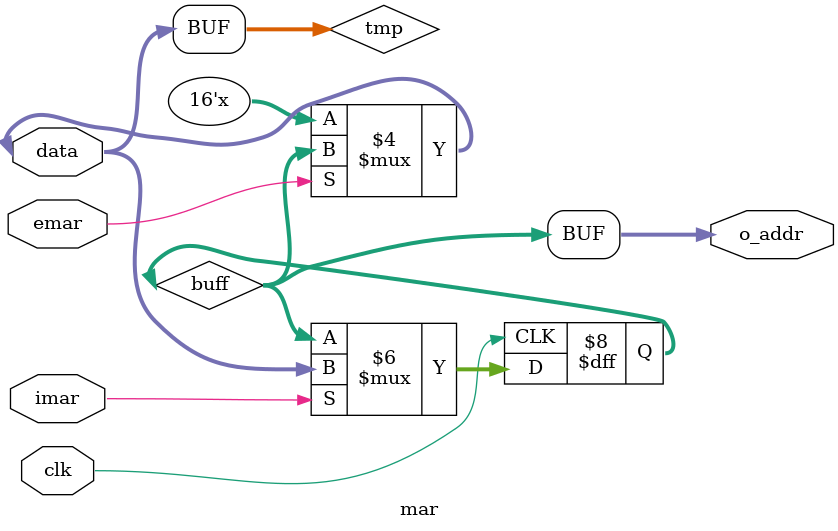
<source format=v>
module mar(
	clk,
	imar,
	emar,
	data,
	o_addr
);

input clk,imar,emar;
inout [15:0] data;
output [15:0] o_addr;

reg [15:0] buff,tmp;

assign data = tmp;
assign o_addr = buff;

always @ (posedge clk)
begin
	if(imar)
	begin
		buff <= data;
	end
	
end

always @ (buff, emar)
begin
	if(emar)
	begin
		tmp <= buff;
	end
	else
	begin
		tmp <= 16'bZZZZZZZZZZZZZZZZ;
	end
end


endmodule
</source>
